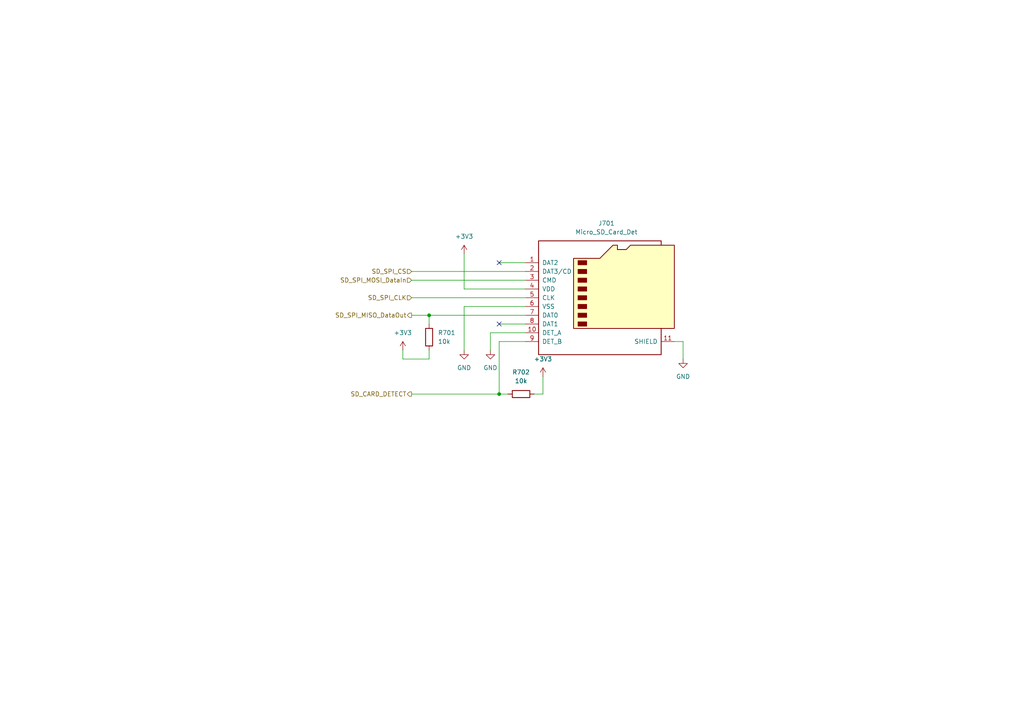
<source format=kicad_sch>
(kicad_sch (version 20211123) (generator eeschema)
  (paper "A4")
  (title_block (date "2022-01-24"))
  (lib_symbols
    (symbol "Device:R" (pin_numbers hide) (pin_names (offset 0))
      (property "Reference" "R" (at 2.032 0 90))
      (property "Value" "R" (at 0 0 90))
      (symbol "R_0_1"
        (rectangle (start -1.016 -2.54) (end 1.016 2.54) (stroke (width 0.254)))
      )
      (symbol "R_1_1"
        (pin passive line (at 0 3.81 270) (length 1.27) (name "~") (number "1"))
        (pin passive line (at 0 -3.81 90) (length 1.27) (name "~") (number "2"))
      )
    )
    (symbol "HER_Symbole:Micro_SD_Card_Det" (pin_names (offset 1.016))
      (property "Reference" "J" (at -16.51 17.78 0))
      (property "Value" "Micro_SD_Card_Det" (at 16.51 17.78 0))
      (symbol "Micro_SD_Card_Det_0_1"
        (rectangle (start -7.62 -6.985) (end -5.08 -8.255) (fill (type outline)))
        (rectangle (start -7.62 -4.445) (end -5.08 -5.715) (fill (type outline)))
        (rectangle (start -7.62 -1.905) (end -5.08 -3.175) (fill (type outline)))
        (rectangle (start -7.62 0.635) (end -5.08 -0.635) (fill (type outline)))
        (rectangle (start -7.62 3.175) (end -5.08 1.905) (fill (type outline)))
        (rectangle (start -7.62 5.715) (end -5.08 4.445) (fill (type outline)))
        (rectangle (start -7.62 8.255) (end -5.08 6.985) (fill (type outline)))
        (rectangle (start -7.62 10.795) (end -5.08 9.525) (fill (type outline)))
        (polyline (pts (xy 16.51 15.24) (xy 16.51 16.51) (xy -19.05 16.51) (xy -19.05 -16.51) (xy 16.51 -16.51) (xy 16.51 -8.89)) (stroke (width 0.254)))
        (polyline (pts (xy -8.89 -8.89) (xy -8.89 11.43) (xy -1.27 11.43) (xy 2.54 15.24) (xy 3.81 15.24) (xy 3.81 13.97) (xy 6.35 13.97) (xy 7.62 15.24) (xy 20.32 15.24) (xy 20.32 -8.89) (xy -8.89 -8.89)) (stroke (width 0.254)) (fill (type background)))
      )
      (symbol "Micro_SD_Card_Det_1_1"
        (pin bidirectional line (at -22.86 10.16 0) (length 3.81) (name "DAT2") (number "1"))
        (pin passive line (at -22.86 -10.16 0) (length 3.81) (name "DET_A") (number "10"))
        (pin passive line (at 20.32 -12.7 180) (length 3.81) (name "SHIELD") (number "11"))
        (pin passive line (at 20.32 -12.7 180) (length 3.81) hide (name "SHIELD") (number "12"))
        (pin passive line (at 20.32 -12.7 180) (length 3.81) hide (name "SHIELD") (number "13"))
        (pin bidirectional line (at -22.86 7.62 0) (length 3.81) (name "DAT3/CD") (number "2"))
        (pin input line (at -22.86 5.08 0) (length 3.81) (name "CMD") (number "3"))
        (pin power_in line (at -22.86 2.54 0) (length 3.81) (name "VDD") (number "4"))
        (pin input line (at -22.86 0 0) (length 3.81) (name "CLK") (number "5"))
        (pin power_in line (at -22.86 -2.54 0) (length 3.81) (name "VSS") (number "6"))
        (pin bidirectional line (at -22.86 -5.08 0) (length 3.81) (name "DAT0") (number "7"))
        (pin bidirectional line (at -22.86 -7.62 0) (length 3.81) (name "DAT1") (number "8"))
        (pin passive line (at -22.86 -12.7 0) (length 3.81) (name "DET_B") (number "9"))
      )
    )
    (symbol "power:+3.3V" (power) (pin_names (offset 0))
      (property "Value" "+3.3V" (at 0 3.556 0))
      (symbol "+3.3V_0_1"
        (polyline (pts (xy -0.762 1.27) (xy 0 2.54)))
        (polyline (pts (xy 0 0) (xy 0 2.54)))
        (polyline (pts (xy 0 2.54) (xy 0.762 1.27)))
      )
      (symbol "+3.3V_1_1"
        (pin power_in line (at 0 0 90) (length 0) hide (name "+3V3") (number "1"))
      )
    )
    (symbol "power:GND" (power) (pin_names (offset 0))
      (property "Value" "GND" (at 0 -3.81 0))
      (symbol "GND_0_1"
        (polyline (pts (xy 0 0) (xy 0 -1.27) (xy 1.27 -1.27) (xy 0 -2.54) (xy -1.27 -1.27) (xy 0 -1.27)))
      )
      (symbol "GND_1_1"
        (pin power_in line (at 0 0 270) (length 0) hide (name "GND") (number "1"))
      )
    )
  )
  (junction (at 124.46 91.44))
  (junction (at 144.78 114.3))
  (no_connect (at 144.78 76.2))
  (no_connect (at 144.78 93.98))
  (wire (pts (xy 152.4 96.52) (xy 142.24 96.52)))
  (wire (pts (xy 134.62 73.66) (xy 134.62 83.82)))
  (wire (pts (xy 124.46 91.44) (xy 152.4 91.44)))
  (wire (pts (xy 119.38 81.28) (xy 152.4 81.28)))
  (wire (pts (xy 124.46 101.6) (xy 124.46 104.14)))
  (wire (pts (xy 152.4 99.06) (xy 144.78 99.06)))
  (wire (pts (xy 119.38 114.3) (xy 144.78 114.3)))
  (wire (pts (xy 134.62 88.9) (xy 134.62 101.6)))
  (wire (pts (xy 116.84 101.6) (xy 116.84 104.14)))
  (wire (pts (xy 144.78 114.3) (xy 147.32 114.3)))
  (wire (pts (xy 124.46 104.14) (xy 116.84 104.14)))
  (wire (pts (xy 119.38 91.44) (xy 124.46 91.44)))
  (wire (pts (xy 144.78 99.06) (xy 144.78 114.3)))
  (wire (pts (xy 124.46 93.98) (xy 124.46 91.44)))
  (wire (pts (xy 144.78 76.2) (xy 152.4 76.2)))
  (wire (pts (xy 142.24 96.52) (xy 142.24 101.6)))
  (wire (pts (xy 157.48 109.22) (xy 157.48 114.3)))
  (wire (pts (xy 144.78 93.98) (xy 152.4 93.98)))
  (wire (pts (xy 198.12 99.06) (xy 198.12 104.14)))
  (wire (pts (xy 119.38 86.36) (xy 152.4 86.36)))
  (wire (pts (xy 154.94 114.3) (xy 157.48 114.3)))
  (wire (pts (xy 152.4 88.9) (xy 134.62 88.9)))
  (wire (pts (xy 119.38 78.74) (xy 152.4 78.74)))
  (wire (pts (xy 152.4 83.82) (xy 134.62 83.82)))
  (wire (pts (xy 195.58 99.06) (xy 198.12 99.06)))
  (hierarchical_label "SD_SPI_CS" (shape input) (at 119.38 78.74 180))
  (hierarchical_label "SD_CARD_DETECT" (shape output) (at 119.38 114.3 180))
  (hierarchical_label "SD_SPI_MOSI_DataIn" (shape input) (at 119.38 81.28 180))
  (hierarchical_label "SD_SPI_MISO_DataOut" (shape output) (at 119.38 91.44 180))
  (hierarchical_label "SD_SPI_CLK" (shape input) (at 119.38 86.36 180))
  (symbol (lib_id "power:GND") (at 142.24 101.6 0) (unit 1)
    (property "Reference" "#PWR0704" (effects hide))
    (property "Value" "GND" (at 142.24 106.68 0))
  )
  (symbol (lib_id "power:+3.3V") (at 116.84 101.6 0) (unit 1)
    (property "Reference" "#PWR0701" (effects hide))
    (property "Value" "+3.3V" (at 116.84 96.52 0))
  )
  (symbol (lib_id "HER_Symbole:Micro_SD_Card_Det") (at 175.26 86.36 0) (unit 1)
    (property "Reference" "J701" (at 175.895 64.77 0))
    (property "Value" "Micro_SD_Card_Det" (at 175.895 67.31 0))
    (property "Footprint" "HER_Footprints:SD_CARD_693071020811" (effects hide))
    (property "Datasheet" "https://www.hirose.com/product/en/download_file/key_name/DM3/category/Catalog/doc_file_id/49662/?file_category_id=4&item_id=195&is_series=1" (effects hide))
  )
  (symbol (lib_id "power:+3.3V") (at 134.62 73.66 0) (unit 1)
    (property "Reference" "#PWR0702" (effects hide))
    (property "Value" "+3.3V" (at 134.62 68.58 0))
  )
  (symbol (lib_id "power:GND") (at 198.12 104.14 0) (unit 1)
    (property "Reference" "#PWR0706" (effects hide))
    (property "Value" "GND" (at 198.12 109.22 0))
  )
  (symbol (lib_id "power:+3.3V") (at 157.48 109.22 0) (unit 1)
    (property "Reference" "#PWR0705" (effects hide))
    (property "Value" "+3.3V" (at 157.48 104.14 0))
  )
  (symbol (lib_id "Device:R") (at 124.46 97.79 0) (unit 1)
    (property "Reference" "R701" (at 127 96.5199 0) (effects (justify left)))
    (property "Value" "10k" (at 127 99.0599 0) (effects (justify left)))
    (property "Footprint" "Resistor_SMD:R_0603_1608Metric" (effects hide))
  )
  (symbol (lib_id "power:GND") (at 134.62 101.6 0) (unit 1)
    (property "Reference" "#PWR0703" (effects hide))
    (property "Value" "GND" (at 134.62 106.68 0))
  )
  (symbol (lib_id "Device:R") (at 151.13 114.3 270) (unit 1)
    (property "Reference" "R702" (at 151.13 107.95 90))
    (property "Value" "10k" (at 151.13 110.49 90))
    (property "Footprint" "Resistor_SMD:R_0603_1608Metric" (effects hide))
  )
)
</source>
